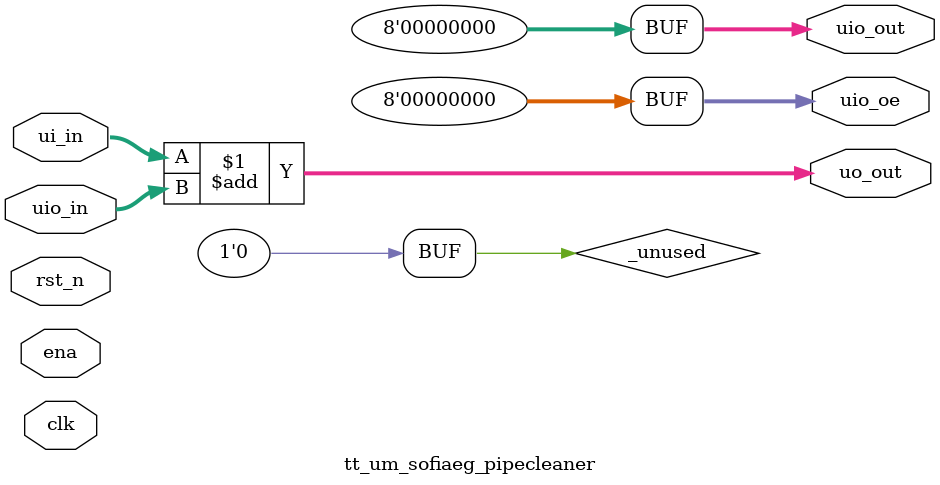
<source format=v>
/*
 * Copyright (c) 2024 Your Name
 * SPDX-License-Identifier: Apache-2.0
 */

`default_nettype none

module tt_um_sofiaeg_pipecleaner (
    input  wire [7:0] ui_in,    // Dedicated inputs
    output wire [7:0] uo_out,   // Dedicated outputs
    input  wire [7:0] uio_in,   // IOs: Input path
    output wire [7:0] uio_out,  // IOs: Output path
    output wire [7:0] uio_oe,   // IOs: Enable path (active high: 0=input, 1=output)
    input  wire       ena,      // always 1 when the design is powered, so you can ignore it
    input  wire       clk,      // clock
    input  wire       rst_n     // reset_n - low to reset
);

  // All output pins must be assigned. If not used, assign to 0.
  assign uo_out  = ui_in + uio_in;  // Example: ou_out is the sum of ui_in and uio_in
  assign uio_out = 0;
  assign uio_oe  = 0;

  // List all unused inputs to prevent warnings
  wire _unused = &{ena, clk, rst_n, 1'b0};

endmodule

</source>
